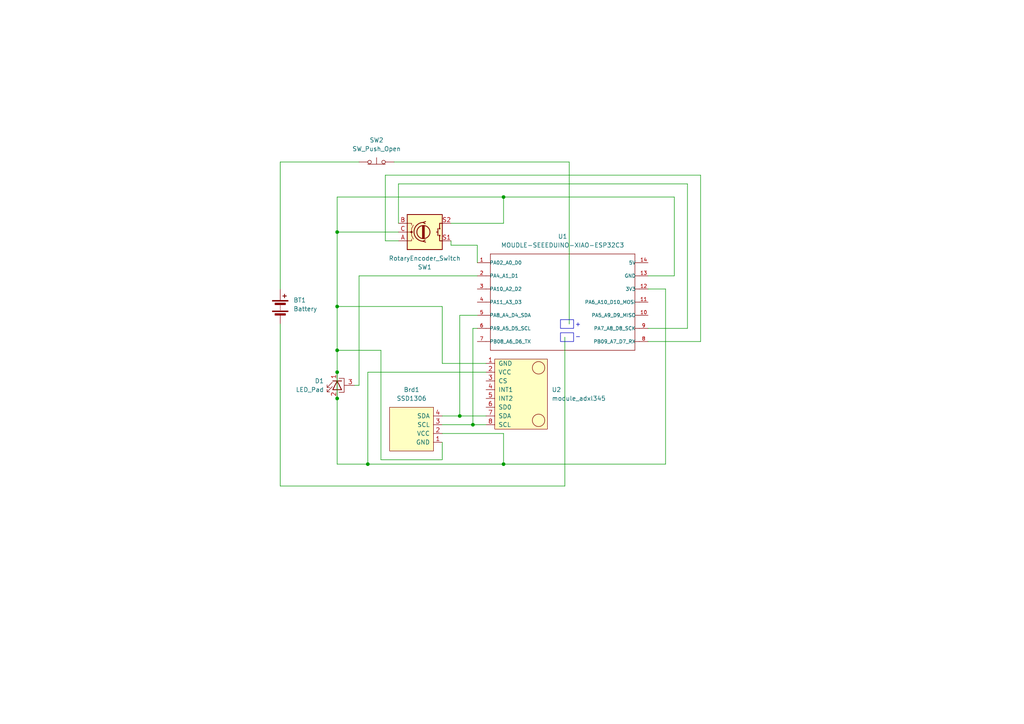
<source format=kicad_sch>
(kicad_sch (version 20250114) (generator "eeschema") (generator_version "9.0")
  (paper "A4")
  (title_block (title "Assignment4") (date "2025-12-01") (rev "0"))
  (lib_symbols
    (symbol "Device:Battery" (pin_numbers (hide yes)) (pin_names (offset 0) (hide yes))
      (property "Reference" "BT" (at 2.54 2.54 0))
      (property "Value" "Battery" (at 2.54 0 0))
      (symbol "Battery_0_1"
        (rectangle (start -2.286 1.778) (end 2.286 1.524) (fill (type outline)))
        (rectangle (start -2.286 -1.27) (end 2.286 -1.524) (fill (type outline)))
        (rectangle (start -1.524 1.016) (end 1.524 0.508) (fill (type outline)))
        (rectangle (start -1.524 -2.032) (end 1.524 -2.54) (fill (type outline)))
        (polyline (pts (xy 0 1.778) (xy 0 2.54)))
        (polyline (pts (xy 0 0) (xy 0 0.254)))
        (polyline (pts (xy 0 -0.508) (xy 0 -0.254)))
        (polyline (pts (xy 0 -1.016) (xy 0 -0.762)))
        (polyline (pts (xy 0.762 3.048) (xy 1.778 3.048)) (stroke (width 0.254)))
        (polyline (pts (xy 1.27 3.556) (xy 1.27 2.54)) (stroke (width 0.254)))
      )
      (symbol "Battery_1_1"
        (pin passive line (at 0 5.08 270) (length 2.54) (name "+") (number "1"))
        (pin passive line (at 0 -5.08 90) (length 2.54) (name "-") (number "2"))
      )
    )
    (symbol "Device:LED_Pad" (pin_names (offset 1.016) (hide yes))
      (property "Reference" "D" (at 0 5.715 0))
      (property "Value" "LED_Pad" (at 0 3.81 0))
      (symbol "LED_Pad_0_1"
        (polyline (pts (xy -2.032 -0.508) (xy -2.032 -2.032) (xy 2.032 -2.032) (xy 2.032 -0.508)))
        (polyline (pts (xy -1.27 0) (xy 1.27 0)))
        (polyline (pts (xy -1.27 -1.27) (xy -1.27 1.27)) (stroke (width 0.254)))
        (polyline (pts (xy -0.889 1.397) (xy 0.635 2.921) (xy -0.127 2.921) (xy 0.635 2.921) (xy 0.635 2.159)))
        (polyline (pts (xy 0 -2.54) (xy 0 -2.032)))
        (polyline (pts (xy 0.381 1.397) (xy 1.905 2.921) (xy 1.143 2.921) (xy 1.905 2.921) (xy 1.905 2.159)))
        (polyline (pts (xy 1.27 -1.27) (xy 1.27 1.27) (xy -1.27 0) (xy 1.27 -1.27)) (stroke (width 0.254)))
      )
      (symbol "LED_Pad_1_1"
        (pin passive line (at -3.81 0 0) (length 2.54) (name "K") (number "1"))
        (pin passive line (at 0 -5.08 90) (length 2.54) (name "PAD") (number "3"))
        (pin passive line (at 3.81 0 180) (length 2.54) (name "A") (number "2"))
      )
    )
    (symbol "Device:RotaryEncoder_Switch" (pin_names (offset 0.254) (hide yes))
      (property "Reference" "SW" (at 0 6.604 0))
      (property "Value" "RotaryEncoder_Switch" (at 0 -6.604 0))
      (symbol "RotaryEncoder_Switch_0_1"
        (rectangle (start -5.08 5.08) (end 5.08 -5.08) (stroke (width 0.254)) (fill (type background)))
        (polyline (pts (xy -5.08 2.54) (xy -3.81 2.54) (xy -3.81 2.032)))
        (polyline (pts (xy -5.08 0) (xy -3.81 0) (xy -3.81 -1.016) (xy -3.302 -2.032)))
        (polyline (pts (xy -5.08 -2.54) (xy -3.81 -2.54) (xy -3.81 -2.032)))
        (polyline (pts (xy -4.318 0) (xy -3.81 0) (xy -3.81 1.016) (xy -3.302 2.032)))
        (circle (center -3.81 0) (radius 0.254) (fill (type outline)))
        (polyline (pts (xy -0.635 -1.778) (xy -0.635 1.778)) (stroke (width 0.254)))
        (circle (center -0.381 0) (radius 1.905) (stroke (width 0.254)))
        (polyline (pts (xy -0.381 -1.778) (xy -0.381 1.778)) (stroke (width 0.254)))
        (arc (start -0.381 -2.794) (mid -3.0988 -0.0635) (end -0.381 2.667) (stroke (width 0.254)))
        (polyline (pts (xy -0.127 1.778) (xy -0.127 -1.778)) (stroke (width 0.254)))
        (polyline (pts (xy 0.254 2.921) (xy -0.508 2.667) (xy 0.127 2.286)) (stroke (width 0.254)))
        (polyline (pts (xy 0.254 -3.048) (xy -0.508 -2.794) (xy 0.127 -2.413)) (stroke (width 0.254)))
        (polyline (pts (xy 3.81 1.016) (xy 3.81 -1.016)) (stroke (width 0.254)))
        (polyline (pts (xy 3.81 0) (xy 3.429 0)) (stroke (width 0.254)))
        (circle (center 4.318 1.016) (radius 0.127) (stroke (width 0.254)))
        (circle (center 4.318 -1.016) (radius 0.127) (stroke (width 0.254)))
        (polyline (pts (xy 5.08 2.54) (xy 4.318 2.54) (xy 4.318 1.016)) (stroke (width 0.254)))
        (polyline (pts (xy 5.08 -2.54) (xy 4.318 -2.54) (xy 4.318 -1.016)) (stroke (width 0.254)))
      )
      (symbol "RotaryEncoder_Switch_1_1"
        (pin passive line (at -7.62 2.54 0) (length 2.54) (name "A") (number "A"))
        (pin passive line (at -7.62 0 0) (length 2.54) (name "C") (number "C"))
        (pin passive line (at -7.62 -2.54 0) (length 2.54) (name "B") (number "B"))
        (pin passive line (at 7.62 2.54 180) (length 2.54) (name "S1") (number "S1"))
        (pin passive line (at 7.62 -2.54 180) (length 2.54) (name "S2") (number "S2"))
      )
    )
    (symbol "MOUDLE-SEEEDUINO-XIAO-ESP32C3:MOUDLE-SEEEDUINO-XIAO-ESP32C3" (pin_names (offset 1.016))
      (property "Reference" "U" (at -21.59 15.24 0))
      (property "Value" "MOUDLE-SEEEDUINO-XIAO-ESP32C3" (at -21.59 13.97 0))
      (symbol "MOUDLE-SEEEDUINO-XIAO-ESP32C3_0_0"
        (polyline (pts (xy -21.59 13.97) (xy 20.32 13.97)) (stroke (width 0.1524)))
        (polyline (pts (xy -21.59 11.43) (xy -22.86 11.43)) (stroke (width 0.1524)))
        (polyline (pts (xy -21.59 11.43) (xy -21.59 13.97)) (stroke (width 0.1524)))
        (polyline (pts (xy -21.59 7.62) (xy -22.86 7.62)) (stroke (width 0.1524)))
        (polyline (pts (xy -21.59 7.62) (xy -21.59 11.43)) (stroke (width 0.1524)))
        (polyline (pts (xy -21.59 3.81) (xy -22.86 3.81)) (stroke (width 0.1524)))
        (polyline (pts (xy -21.59 3.81) (xy -21.59 7.62)) (stroke (width 0.1524)))
        (polyline (pts (xy -21.59 0) (xy -22.86 0)) (stroke (width 0.1524)))
        (polyline (pts (xy -21.59 0) (xy -21.59 3.81)) (stroke (width 0.1524)))
        (polyline (pts (xy -21.59 -3.81) (xy -22.86 -3.81)) (stroke (width 0.1524)))
        (polyline (pts (xy -21.59 -7.62) (xy -22.86 -7.62)) (stroke (width 0.1524)))
        (polyline (pts (xy -21.59 -11.43) (xy -22.86 -11.43)) (stroke (width 0.1524)))
        (polyline (pts (xy -21.59 -13.97) (xy -21.59 0)) (stroke (width 0.1524)))
        (polyline (pts (xy 20.32 13.97) (xy 20.32 11.43)) (stroke (width 0.1524)))
        (polyline (pts (xy 20.32 11.43) (xy 20.32 7.62)) (stroke (width 0.1524)))
        (polyline (pts (xy 20.32 7.62) (xy 20.32 3.81)) (stroke (width 0.1524)))
        (polyline (pts (xy 20.32 3.81) (xy 20.32 -13.97)) (stroke (width 0.1524)))
        (polyline (pts (xy 20.32 -13.97) (xy -21.59 -13.97)) (stroke (width 0.1524)))
        (polyline (pts (xy 21.59 11.43) (xy 20.32 11.43)) (stroke (width 0.1524)))
        (polyline (pts (xy 21.59 7.62) (xy 20.32 7.62)) (stroke (width 0.1524)))
        (polyline (pts (xy 21.59 3.81) (xy 20.32 3.81)) (stroke (width 0.1524)))
        (polyline (pts (xy 21.59 0) (xy 20.32 0)) (stroke (width 0.1524)))
        (polyline (pts (xy 21.59 -3.81) (xy 20.32 -3.81)) (stroke (width 0.1524)))
        (polyline (pts (xy 21.59 -7.62) (xy 20.32 -7.62)) (stroke (width 0.1524)))
        (polyline (pts (xy 21.59 -11.43) (xy 20.32 -11.43)) (stroke (width 0.1524)))
        (pin bidirectional line (at -25.4 11.43 0) (length 2.54) (name "PA02_A0_D0") (number "1"))
        (pin bidirectional line (at -25.4 7.62 0) (length 2.54) (name "PA4_A1_D1") (number "2"))
        (pin bidirectional line (at -25.4 3.81 0) (length 2.54) (name "PA10_A2_D2") (number "3"))
        (pin bidirectional line (at -25.4 0 0) (length 2.54) (name "PA11_A3_D3") (number "4"))
        (pin bidirectional line (at -25.4 -3.81 0) (length 2.54) (name "PA8_A4_D4_SDA") (number "5"))
        (pin bidirectional line (at -25.4 -7.62 0) (length 2.54) (name "PA9_A5_D5_SCL") (number "6"))
        (pin bidirectional line (at -25.4 -11.43 0) (length 2.54) (name "PB08_A6_D6_TX") (number "7"))
        (pin bidirectional line (at 24.13 11.43 180) (length 2.54) (name "5V") (number "14"))
        (pin bidirectional line (at 24.13 7.62 180) (length 2.54) (name "GND") (number "13"))
        (pin bidirectional line (at 24.13 3.81 180) (length 2.54) (name "3V3") (number "12"))
        (pin bidirectional line (at 24.13 0 180) (length 2.54) (name "PA6_A10_D10_MOSI") (number "11"))
        (pin bidirectional line (at 24.13 -3.81 180) (length 2.54) (name "PA5_A9_D9_MISO") (number "10"))
        (pin bidirectional line (at 24.13 -7.62 180) (length 2.54) (name "PA7_A8_D8_SCK") (number "9"))
        (pin bidirectional line (at 24.13 -11.43 180) (length 2.54) (name "PB09_A7_D7_RX") (number "8"))
      )
    )
    (symbol "SSD1306-128x64_OLED:SSD1306" (pin_names (offset 1.016))
      (property "Reference" "Brd" (at 0 -3.81 0))
      (property "Value" "SSD1306" (at 0 -1.27 0))
      (symbol "SSD1306_0_1"
        (rectangle (start -6.35 6.35) (end 6.35 -6.35) (fill (type background)))
      )
      (symbol "SSD1306_1_1"
        (pin input line (at -3.81 8.89 270) (length 2.54) (name "GND") (number "1"))
        (pin input line (at -1.27 8.89 270) (length 2.54) (name "VCC") (number "2"))
        (pin input line (at 1.27 8.89 270) (length 2.54) (name "SCL") (number "3"))
        (pin input line (at 3.81 8.89 270) (length 2.54) (name "SDA") (number "4"))
      )
    )
    (symbol "Switch:SW_Push_Open" (pin_numbers (hide yes)) (pin_names (offset 1.016) (hide yes))
      (property "Reference" "SW" (at 0 2.54 0))
      (property "Value" "SW_Push_Open" (at 0 -1.905 0))
      (symbol "SW_Push_Open_0_1"
        (polyline (pts (xy -2.54 -0.635) (xy 2.54 -0.635)))
        (circle (center -2.032 0) (radius 0.508))
        (polyline (pts (xy 0 -0.635) (xy 0 1.27)))
        (circle (center 2.032 0) (radius 0.508))
        (pin passive line (at -5.08 0 0) (length 2.54) (name "A") (number "1"))
      )
      (symbol "SW_Push_Open_1_1"
        (pin passive line (at 5.08 0 180) (length 2.54) (name "B") (number "2"))
      )
    )
    (symbol "usini_sensors:module_adxl345" (pin_names (offset 1.016))
      (property "Reference" "U" (at 2.54 13.97 0))
      (property "Value" "module_adxl345" (at 10.16 -8.89 0))
      (symbol "module_adxl345_0_1"
        (rectangle (start 2.54 12.7) (end 17.78 -7.62) (fill (type background)))
        (circle (center 15.24 10.16) (radius 1.8034))
        (circle (center 15.24 -5.08) (radius 1.8034))
      )
      (symbol "module_adxl345_1_1"
        (pin input line (at 0 11.43 0) (length 2.54) (name "GND") (number "1"))
        (pin input line (at 0 8.89 0) (length 2.54) (name "VCC") (number "2"))
        (pin input line (at 0 6.35 0) (length 2.54) (name "CS") (number "3"))
        (pin input line (at 0 3.81 0) (length 2.54) (name "INT1") (number "4"))
        (pin input line (at 0 1.27 0) (length 2.54) (name "INT2") (number "5"))
        (pin input line (at 0 -1.27 0) (length 2.54) (name "SD0") (number "6"))
        (pin input line (at 0 -3.81 0) (length 2.54) (name "SDA") (number "7"))
        (pin input line (at 0 -6.35 0) (length 2.54) (name "SCL") (number "8"))
      )
    )
  )
  (rectangle (start 162.56 96.52) (end 166.37 99.06))
  (rectangle (start 162.56 92.71) (end 166.37 95.25))
  (text "+" (at 167.64 94.234 0) (effects (font (size 1.27 1.27))))
  (text "-" (at 167.64 97.79 0) (effects (font (size 1.27 1.27))))
  (junction (at 97.79 107.95))
  (junction (at 97.79 101.6))
  (junction (at 137.16 123.19))
  (junction (at 146.05 134.62))
  (junction (at 133.35 120.65))
  (junction (at 97.79 115.57))
  (junction (at 97.79 67.31))
  (junction (at 146.05 57.15))
  (junction (at 97.79 88.9))
  (junction (at 106.68 134.62))
  (wire (pts (xy 130.81 69.85) (xy 130.81 71.12)))
  (wire (pts (xy 130.81 71.12) (xy 138.43 71.12)))
  (wire (pts (xy 111.76 50.8) (xy 203.2 50.8)))
  (wire (pts (xy 195.58 57.15) (xy 195.58 80.01)))
  (wire (pts (xy 97.79 115.57) (xy 97.79 107.95)))
  (wire (pts (xy 146.05 134.62) (xy 193.04 134.62)))
  (wire (pts (xy 97.79 57.15) (xy 146.05 57.15)))
  (wire (pts (xy 128.27 125.73) (xy 146.05 125.73)))
  (wire (pts (xy 199.39 53.34) (xy 199.39 95.25)))
  (wire (pts (xy 111.76 69.85) (xy 111.76 50.8)))
  (wire (pts (xy 81.28 46.99) (xy 104.14 46.99)))
  (wire (pts (xy 187.96 80.01) (xy 195.58 80.01)))
  (wire (pts (xy 97.79 57.15) (xy 97.79 67.31)))
  (wire (pts (xy 137.16 95.25) (xy 137.16 123.19)))
  (wire (pts (xy 133.35 91.44) (xy 138.43 91.44)))
  (wire (pts (xy 106.68 107.95) (xy 106.68 134.62)))
  (wire (pts (xy 115.57 69.85) (xy 111.76 69.85)))
  (wire (pts (xy 137.16 95.25) (xy 138.43 95.25)))
  (wire (pts (xy 81.28 140.97) (xy 163.83 140.97)))
  (wire (pts (xy 140.97 107.95) (xy 106.68 107.95)))
  (wire (pts (xy 146.05 57.15) (xy 195.58 57.15)))
  (wire (pts (xy 199.39 95.25) (xy 187.96 95.25)))
  (wire (pts (xy 106.68 134.62) (xy 146.05 134.62)))
  (wire (pts (xy 81.28 46.99) (xy 81.28 83.82)))
  (wire (pts (xy 128.27 88.9) (xy 128.27 105.41)))
  (wire (pts (xy 104.14 111.76) (xy 104.14 80.01)))
  (wire (pts (xy 104.14 80.01) (xy 138.43 80.01)))
  (wire (pts (xy 138.43 71.12) (xy 138.43 76.2)))
  (wire (pts (xy 97.79 88.9) (xy 97.79 101.6)))
  (wire (pts (xy 115.57 64.77) (xy 115.57 53.34)))
  (wire (pts (xy 110.49 133.35) (xy 110.49 101.6)))
  (wire (pts (xy 102.87 111.76) (xy 104.14 111.76)))
  (wire (pts (xy 97.79 67.31) (xy 97.79 88.9)))
  (wire (pts (xy 128.27 105.41) (xy 140.97 105.41)))
  (wire (pts (xy 203.2 99.06) (xy 187.96 99.06)))
  (wire (pts (xy 163.83 97.79) (xy 163.83 140.97)))
  (wire (pts (xy 97.79 67.31) (xy 115.57 67.31)))
  (wire (pts (xy 203.2 50.8) (xy 203.2 99.06)))
  (wire (pts (xy 81.28 93.98) (xy 81.28 140.97)))
  (wire (pts (xy 128.27 123.19) (xy 137.16 123.19)))
  (wire (pts (xy 128.27 133.35) (xy 110.49 133.35)))
  (wire (pts (xy 110.49 101.6) (xy 97.79 101.6)))
  (wire (pts (xy 140.97 120.65) (xy 133.35 120.65)))
  (wire (pts (xy 193.04 83.82) (xy 193.04 134.62)))
  (wire (pts (xy 140.97 123.19) (xy 137.16 123.19)))
  (wire (pts (xy 114.3 46.99) (xy 165.1 46.99)))
  (wire (pts (xy 187.96 83.82) (xy 193.04 83.82)))
  (wire (pts (xy 97.79 101.6) (xy 97.79 107.95)))
  (wire (pts (xy 128.27 128.27) (xy 128.27 133.35)))
  (wire (pts (xy 146.05 125.73) (xy 146.05 134.62)))
  (wire (pts (xy 97.79 115.57) (xy 97.79 134.62)))
  (wire (pts (xy 130.81 64.77) (xy 146.05 64.77)))
  (wire (pts (xy 115.57 53.34) (xy 199.39 53.34)))
  (wire (pts (xy 128.27 120.65) (xy 133.35 120.65)))
  (wire (pts (xy 133.35 91.44) (xy 133.35 120.65)))
  (wire (pts (xy 97.79 134.62) (xy 106.68 134.62)))
  (wire (pts (xy 165.1 46.99) (xy 165.1 93.98)))
  (wire (pts (xy 146.05 57.15) (xy 146.05 64.77)))
  (wire (pts (xy 97.79 88.9) (xy 128.27 88.9)))
  (symbol (lib_id "Switch:SW_Push_Open") (at 109.22 46.99 0) (unit 1)
    (property "Reference" "SW2" (at 109.22 40.64 0))
    (property "Value" "SW_Push_Open" (at 109.22 43.18 0))
    (property "Description" "Push button switch, push-to-open, generic, two pins" (effects (hide yes)))
  )
  (symbol (lib_id "usini_sensors:module_adxl345") (at 140.97 116.84 0) (unit 1)
    (property "Reference" "U2" (at 160.02 113.0299 0) (effects (justify left)))
    (property "Value" "module_adxl345" (at 160.02 115.5699 0) (effects (justify left)))
    (property "Footprint" "usini_sensors:module_adxl345" (effects (hide yes)))
  )
  (symbol (lib_id "Device:Battery") (at 81.28 88.9 0) (unit 1)
    (property "Reference" "BT1" (at 85.09 87.0584 0) (effects (justify left)))
    (property "Value" "Battery" (at 85.09 89.5984 0) (effects (justify left)))
    (property "Description" "Multiple-cell battery" (effects (hide yes)))
  )
  (symbol (lib_id "Device:LED_Pad") (at 97.79 111.76 90) (mirror x) (unit 1)
    (property "Reference" "D1" (at 93.98 110.4899 90) (effects (justify left)))
    (property "Value" "LED_Pad" (at 93.98 113.0299 90) (effects (justify left)))
    (property "Description" "Light emitting diode with pad" (effects (hide yes)))
  )
  (symbol (lib_id "Device:RotaryEncoder_Switch") (at 123.19 67.31 0) (mirror x) (unit 1)
    (property "Reference" "SW1" (at 123.19 77.47 0))
    (property "Value" "RotaryEncoder_Switch" (at 123.19 74.93 0))
    (property "Description" "Rotary encoder, dual channel, incremental quadrate outputs, with switch" (effects (hide yes)))
  )
  (symbol (lib_id "SSD1306-128x64_OLED:SSD1306") (at 119.38 124.46 270) (mirror x) (unit 1)
    (property "Reference" "Brd1" (at 119.38 113.03 90))
    (property "Value" "SSD1306" (at 119.38 115.57 90))
  )
  (symbol (lib_id "MOUDLE-SEEEDUINO-XIAO-ESP32C3:MOUDLE-SEEEDUINO-XIAO-ESP32C3") (at 163.83 87.63 0) (unit 1)
    (property "Reference" "U1" (at 163.195 68.58 0))
    (property "Value" "MOUDLE-SEEEDUINO-XIAO-ESP32C3" (at 163.195 71.12 0))
    (property "Footprint" "MOUDLE14P-SMD-2.54-21X17.8MM" (effects (hide yes)))
  )
)
</source>
